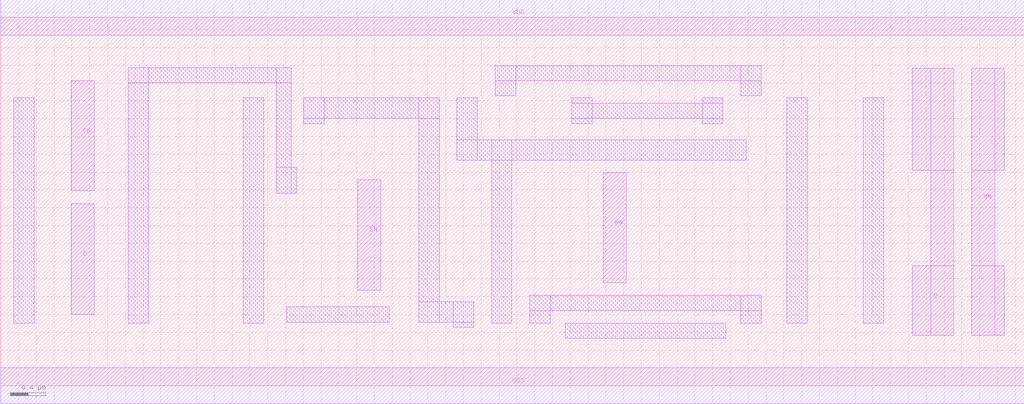
<source format=lef>
VERSION 5.8 ;
BUSBITCHARS "[]" ;
DIVIDERCHAR "/" ;

PROPERTYDEFINITIONS
  MACRO CatenaDesignType STRING ;
  MACRO oaTaper STRING ;
END PROPERTYDEFINITIONS

MACRO DFFRX1
  CLASS CORE ;
  ORIGIN 0 0 ;
  FOREIGN DFFRX1 0 0 ;
  SIZE 9.2 BY 4.14 ;
  SYMMETRY X Y ;
  SITE CoreSite ;
  PIN D
    DIRECTION INPUT ;
    USE SIGNAL ;
    ANTENNAMODEL OXIDE1 ;
      ANTENNAGATEAREA 0.1575 LAYER met1 ;
      ANTENNAMAXAREACAR 0.787937 LAYER met1 ;
      ANTENNAMAXSIDEAREACAR 0.926984 LAYER met1 ;
    PORT
      LAYER met1 ;
        RECT 0.79 0.385 1.05 1.625 ;
    END
  END D
  PIN QN
    DIRECTION OUTPUT ;
    USE SIGNAL ;
    ANTENNADIFFAREA 0.50085 LAYER met1 ;
    PORT
      LAYER met1 ;
        RECT 8.585 2.44 8.87 3.45 ;
        RECT 8.61 0.68 8.87 3.45 ;
        RECT 8.585 0.68 8.87 1.33 ;
    END
  END QN
  PIN Q
    DIRECTION OUTPUT ;
    USE SIGNAL ;
    ANTENNADIFFAREA 0.50085 LAYER met1 ;
    PORT
      LAYER met1 ;
        RECT 7.69 2.44 7.955 3.45 ;
        RECT 7.69 0.68 7.955 1.33 ;
        RECT 7.69 0.68 7.95 3.45 ;
    END
  END Q
  PIN RN
    DIRECTION INPUT ;
    USE SIGNAL ;
    ANTENNAMODEL OXIDE1 ;
      ANTENNAGATEAREA 0.315 LAYER met1 ;
      ANTENNAMAXAREACAR 2.620159 LAYER met1 ;
      ANTENNAMAXSIDEAREACAR 2.974603 LAYER met1 ;
    PORT
      LAYER met1 ;
        RECT 6.77 1.405 7.03 2.645 ;
    END
  END RN
  PIN CK
    DIRECTION INPUT ;
    USE SIGNAL ;
    ANTENNAMODEL OXIDE1 ;
      ANTENNAGATEAREA 0.1575 LAYER met1 ;
      ANTENNAMAXAREACAR 0.91746 LAYER met1 ;
      ANTENNAMAXSIDEAREACAR 1.079365 LAYER met1 ;
    PORT
      LAYER met1 ;
        RECT 0.79 2.315 1.05 3.555 ;
    END
  END CK
  PIN VSS
    DIRECTION INPUT ;
    USE GROUND ;
    SHAPE ABUTMENT ;
    NETEXPR "VSS VSS!" ;
    PORT
      LAYER met1 ;
        RECT 0 -0.2 9.2 0.2 ;
    END
  END VSS
  PIN VDD
    DIRECTION INPUT ;
    USE POWER ;
    SHAPE ABUTMENT ;
    NETEXPR "VDD VDD!" ;
    PORT
      LAYER met1 ;
        RECT 0 3.94 9.2 4.34 ;
    END
  END VDD
  OBS
    LAYER met1 ;
      RECT 6.345 0.765 6.575 3.53 ;
      RECT 5.915 0.765 6.575 0.995 ;
      RECT 5.915 0.705 6.145 0.995 ;
      RECT 1.435 3.375 3.905 3.605 ;
      RECT 3.675 2.505 3.905 3.605 ;
      RECT 1.435 0.705 1.665 3.605 ;
      RECT 2.725 2.945 2.955 3.235 ;
      RECT 1.865 2.945 2.095 3.235 ;
      RECT 1.865 3.005 2.955 3.175 ;
      RECT 7.205 0.61 7.435 3.53 ;
      RECT 4.965 1.145 5.195 2.795 ;
      RECT 4.535 0.705 4.765 3.235 ;
      RECT 4.105 0.705 4.335 3.235 ;
      RECT 3.245 0.705 3.475 3.235 ;
      RECT 0.145 0.705 0.375 3.235 ;
  END
  PROPERTY CatenaDesignType "deviceLevel" ;
END DFFRX1

MACRO TBUFX1
  CLASS CORE ;
  ORIGIN 0 0 ;
  FOREIGN TBUFX1 0 0 ;
  SIZE 3.68 BY 4.14 ;
  SYMMETRY X Y ;
  SITE CoreSite ;
  PIN Y
    DIRECTION OUTPUT ;
    USE SIGNAL ;
    ANTENNADIFFAREA 0.50085 LAYER met1 ;
    PORT
      LAYER met1 ;
        RECT 3.09 2.52 3.535 3.53 ;
        RECT 3.09 0.61 3.535 1.26 ;
        RECT 3.09 0.61 3.35 3.53 ;
    END
  END Y
  PIN VSS
    DIRECTION INPUT ;
    USE GROUND ;
    SHAPE ABUTMENT ;
    NETEXPR "VSS VSS!" ;
    PORT
      LAYER met1 ;
        RECT 0 -0.2 3.68 0.2 ;
    END
  END VSS
  PIN OE
    DIRECTION INPUT ;
    USE SIGNAL ;
    ANTENNAMODEL OXIDE1 ;
      ANTENNAGATEAREA 0.315 LAYER met1 ;
      ANTENNAMAXAREACAR 1.370794 LAYER met1 ;
      ANTENNAMAXSIDEAREACAR 1.504762 LAYER met1 ;
    PORT
      LAYER met1 ;
        RECT 0.79 1.85 1.05 3.09 ;
    END
  END OE
  PIN A
    DIRECTION INPUT ;
    USE SIGNAL ;
    ANTENNAMODEL OXIDE1 ;
      ANTENNAGATEAREA 0.315 LAYER met1 ;
      ANTENNAMAXAREACAR 0.86619 LAYER met1 ;
      ANTENNAMAXSIDEAREACAR 0.911111 LAYER met1 ;
    PORT
      LAYER met1 ;
        RECT 1.71 1.665 1.97 2.905 ;
    END
  END A
  PIN VDD
    DIRECTION INPUT ;
    USE POWER ;
    SHAPE ABUTMENT ;
    NETEXPR "VDD VDD!" ;
    PORT
      LAYER met1 ;
        RECT 0 3.94 3.68 4.34 ;
    END
  END VDD
  OBS
    LAYER met1 ;
      RECT 2.385 3.24 2.615 3.53 ;
      RECT 2.43 0.785 2.57 3.53 ;
      RECT 2.385 1.82 2.615 2.11 ;
      RECT 2.375 0.785 2.605 1.075 ;
      RECT 1.435 3.24 1.665 3.53 ;
      RECT 1.43 0.685 1.57 3.385 ;
      RECT 1.34 1.48 1.57 1.77 ;
      RECT 1.005 0.61 1.235 0.9 ;
      RECT 1.005 0.685 1.62 0.825 ;
      RECT 0.145 3.24 0.375 3.53 ;
      RECT 0.175 0.61 0.345 3.53 ;
      RECT 0.145 1.82 0.375 2.11 ;
      RECT 0.145 0.61 0.375 0.9 ;
  END
  PROPERTY CatenaDesignType "deviceLevel" ;
END TBUFX1

MACRO CLKINVX1
  CLASS CORE ;
  ORIGIN 0 0 ;
  FOREIGN CLKINVX1 0 0 ;
  SIZE 1.38 BY 4.14 ;
  SYMMETRY X Y ;
  SITE CoreSite ;
  PIN Y
    DIRECTION OUTPUT ;
    USE SIGNAL ;
    ANTENNADIFFAREA 0.50085 LAYER met1 ;
    PORT
      LAYER met1 ;
        RECT 0.545 2.905 1.05 3.495 ;
        RECT 0.79 0.64 1.05 3.495 ;
        RECT 0.545 0.64 1.05 0.87 ;
    END
  END Y
  PIN A
    DIRECTION INPUT ;
    USE SIGNAL ;
    ANTENNAMODEL OXIDE1 ;
      ANTENNAGATEAREA 0.2835 LAYER met1 ;
      ANTENNAMAXAREACAR 0.308818 LAYER met1 ;
      ANTENNAMAXSIDEAREACAR 0.363316 LAYER met1 ;
    PORT
      LAYER met1 ;
        RECT 0.33 1.19 0.59 2.43 ;
    END
  END A
  PIN VSS
    DIRECTION INPUT ;
    USE GROUND ;
    SHAPE ABUTMENT ;
    NETEXPR "VSS VSS!" ;
    PORT
      LAYER met1 ;
        RECT 0 -0.2 1.38 0.2 ;
    END
  END VSS
  PIN VDD
    DIRECTION INPUT ;
    USE POWER ;
    SHAPE ABUTMENT ;
    NETEXPR "VDD VDD!" ;
    PORT
      LAYER met1 ;
        RECT 0 3.94 1.38 4.34 ;
    END
  END VDD
  PROPERTY CatenaDesignType "deviceLevel" ;
END CLKINVX1

MACRO INVX1
  CLASS CORE ;
  ORIGIN 0 0 ;
  FOREIGN INVX1 0 0 ;
  SIZE 1.38 BY 4.14 ;
  SYMMETRY X Y ;
  SITE CoreSite ;
  PIN Y
    DIRECTION OUTPUT ;
    USE SIGNAL ;
    ANTENNADIFFAREA 0.50085 LAYER met1 ;
    PORT
      LAYER met1 ;
        RECT 0.575 2.84 1.05 3.49 ;
        RECT 0.79 0.605 1.05 3.49 ;
        RECT 0.575 0.605 1.05 1.255 ;
    END
  END Y
  PIN VSS
    DIRECTION INPUT ;
    USE GROUND ;
    SHAPE ABUTMENT ;
    NETEXPR "VSS VSS!" ;
    PORT
      LAYER met1 ;
        RECT 0 -0.2 1.38 0.2 ;
    END
  END VSS
  PIN VDD
    DIRECTION INPUT ;
    USE POWER ;
    SHAPE ABUTMENT ;
    NETEXPR "VDD VDD!" ;
    PORT
      LAYER met1 ;
        RECT 0 3.94 1.38 4.34 ;
    END
  END VDD
  PIN A
    DIRECTION INPUT ;
    USE SIGNAL ;
    ANTENNAMODEL OXIDE1 ;
      ANTENNAGATEAREA 0.2835 LAYER met1 ;
      ANTENNAMAXAREACAR 0.308818 LAYER met1 ;
      ANTENNAMAXSIDEAREACAR 0.363316 LAYER met1 ;
    PORT
      LAYER met1 ;
        RECT 0.33 1.43 0.59 2.67 ;
    END
  END A
END INVX1

MACRO MX2X1
  CLASS CORE ;
  ORIGIN 0 0 ;
  FOREIGN MX2X1 0 0 ;
  SIZE 3.68 BY 4.14 ;
  SYMMETRY X Y ;
  SITE CoreSite ;
  PIN Y
    DIRECTION OUTPUT ;
    USE SIGNAL ;
    ANTENNADIFFAREA 0.50085 LAYER met1 ;
    PORT
      LAYER met1 ;
        RECT 2.755 2.91 3.35 3.5 ;
        RECT 3.09 0.64 3.35 3.5 ;
        RECT 2.755 0.64 3.35 1.23 ;
    END
  END Y
  PIN A
    DIRECTION INPUT ;
    USE SIGNAL ;
    ANTENNAMODEL OXIDE1 ;
      ANTENNAGATEAREA 0.1575 LAYER met1 ;
      ANTENNAMAXAREACAR 0.555873 LAYER met1 ;
      ANTENNAMAXSIDEAREACAR 0.653968 LAYER met1 ;
    PORT
      LAYER met1 ;
        RECT 0.79 0.48 1.05 1.72 ;
    END
  END A
  PIN S0
    DIRECTION INPUT ;
    USE SIGNAL ;
    ANTENNAMODEL OXIDE1 ;
      ANTENNAGATEAREA 0.315 LAYER met1 ;
      ANTENNAMAXAREACAR 2.112857 LAYER met1 ;
      ANTENNAMAXSIDEAREACAR 2.060317 LAYER met1 ;
    PORT
      LAYER met1 ;
        RECT 0.79 2.28 1.05 3.52 ;
    END
  END S0
  PIN B
    DIRECTION INPUT ;
    USE SIGNAL ;
    ANTENNAMODEL OXIDE1 ;
      ANTENNAGATEAREA 0.1575 LAYER met1 ;
      ANTENNAMAXAREACAR 0.674603 LAYER met1 ;
      ANTENNAMAXSIDEAREACAR 0.793651 LAYER met1 ;
    PORT
      LAYER met1 ;
        RECT 2.17 0.875 2.43 2.115 ;
    END
  END B
  PIN VSS
    DIRECTION INPUT ;
    USE GROUND ;
    SHAPE ABUTMENT ;
    NETEXPR "VSS VSS!" ;
    PORT
      LAYER met1 ;
        RECT 0 -0.2 3.68 0.2 ;
    END
  END VSS
  PIN VDD
    DIRECTION INPUT ;
    USE POWER ;
    SHAPE ABUTMENT ;
    NETEXPR "VDD VDD!" ;
    PORT
      LAYER met1 ;
        RECT 0 3.94 3.68 4.34 ;
    END
  END VDD
  OBS
    LAYER met1 ;
      RECT 1.435 0.655 1.665 3.38 ;
      RECT 1.435 2.29 2.84 2.52 ;
      RECT 2.61 2 2.84 2.52 ;
      RECT 0.145 0.655 0.375 3.38 ;
  END
  PROPERTY CatenaDesignType "deviceLevel" ;
  PROPERTY oaTaper "virtuosoDefaultSetup" ;
END MX2X1

MACRO OR2X1
  CLASS CORE ;
  ORIGIN 0 0 ;
  FOREIGN OR2X1 0 0 ;
  SIZE 2.3 BY 4.14 ;
  SYMMETRY X Y ;
  SITE CoreSite ;
  PIN A
    DIRECTION INPUT ;
    USE SIGNAL ;
    ANTENNAMODEL OXIDE1 ;
      ANTENNAGATEAREA 0.1575 LAYER met1 ;
      ANTENNAMAXAREACAR 0.78254 LAYER met1 ;
      ANTENNAMAXSIDEAREACAR 0.920635 LAYER met1 ;
    PORT
      LAYER met1 ;
        RECT 0.79 1.455 1.05 2.695 ;
    END
  END A
  PIN VSS
    DIRECTION INPUT ;
    USE GROUND ;
    SHAPE ABUTMENT ;
    NETEXPR "VSS VSS!" ;
    PORT
      LAYER met1 ;
        RECT 0 -0.2 2.3 0.2 ;
    END
  END VSS
  PIN B
    DIRECTION INPUT ;
    USE SIGNAL ;
    ANTENNAMODEL OXIDE1 ;
      ANTENNAGATEAREA 0.1575 LAYER met1 ;
      ANTENNAMAXAREACAR 0.593651 LAYER met1 ;
      ANTENNAMAXSIDEAREACAR 0.698413 LAYER met1 ;
    PORT
      LAYER met1 ;
        RECT 0.33 1.145 0.59 2.385 ;
    END
  END B
  PIN Y
    DIRECTION OUTPUT ;
    USE SIGNAL ;
    ANTENNADIFFAREA 0.50085 LAYER met1 ;
    PORT
      LAYER met1 ;
        RECT 1.495 3.21 1.97 3.5 ;
        RECT 1.71 0.505 1.97 3.5 ;
        RECT 1.495 0.505 1.97 0.795 ;
    END
  END Y
  PIN VDD
    DIRECTION INPUT ;
    USE POWER ;
    SHAPE ABUTMENT ;
    NETEXPR "VDD VDD!" ;
    PORT
      LAYER met1 ;
        RECT 0 3.94 2.3 4.34 ;
    END
  END VDD
  OBS
    LAYER met1 ;
      RECT 0.115 3.27 1.2 3.5 ;
      RECT 0.97 2.84 1.2 3.5 ;
      RECT 1.19 0.965 1.42 3.07 ;
      RECT 0.765 0.965 1.42 1.195 ;
      RECT 0.765 0.475 0.995 1.195 ;
      RECT 0.545 0.475 0.995 0.705 ;
  END
  PROPERTY CatenaDesignType "deviceLevel" ;
END OR2X1

MACRO BUFX2
  CLASS CORE ;
  ORIGIN 0 0 ;
  FOREIGN BUFX2 0 0 ;
  SIZE 2.3 BY 4.14 ;
  SYMMETRY X Y ;
  SITE CoreSite ;
  PIN VSS
    DIRECTION INPUT ;
    USE GROUND ;
    SHAPE ABUTMENT ;
    NETEXPR "VSS VSS!" ;
    PORT
      LAYER met1 ;
        RECT 0 -0.2 2.3 0.2 ;
    END
  END VSS
  PIN Y
    DIRECTION OUTPUT ;
    USE SIGNAL ;
    ANTENNADIFFAREA 0.5292 LAYER met1 ;
    PORT
      LAYER met1 ;
        RECT 1.065 3.23 1.51 3.52 ;
        RECT 1.25 0.61 1.51 3.52 ;
        RECT 1.065 0.61 1.51 1.26 ;
    END
  END Y
  PIN A
    DIRECTION INPUT ;
    USE SIGNAL ;
    ANTENNAMODEL OXIDE1 ;
      ANTENNAGATEAREA 0.1575 LAYER met1 ;
      ANTENNAMAXAREACAR 0.949841 LAYER met1 ;
      ANTENNAMAXSIDEAREACAR 1.11746 LAYER met1 ;
    PORT
      LAYER met1 ;
        RECT 0.79 1.685 1.05 2.925 ;
    END
  END A
  PIN VDD
    DIRECTION INPUT ;
    USE POWER ;
    SHAPE ABUTMENT ;
    NETEXPR "VDD VDD!" ;
    PORT
      LAYER met1 ;
        RECT 0 3.94 2.3 4.34 ;
    END
  END VDD
  OBS
    LAYER met1 ;
      RECT 0.145 3.24 0.375 3.53 ;
      RECT 0.145 0.655 0.285 3.53 ;
      RECT 0.145 1.48 0.515 1.77 ;
      RECT 0.145 0.655 0.375 0.945 ;
  END
  PROPERTY CatenaDesignType "deviceLevel" ;
END BUFX2

MACRO CLKAND2X2
  CLASS CORE ;
  ORIGIN 0 0 ;
  FOREIGN CLKAND2X2 0 0 ;
  SIZE 2.3 BY 4.14 ;
  SYMMETRY X Y ;
  SITE CoreSite ;
  PIN VSS
    DIRECTION INPUT ;
    USE GROUND ;
    SHAPE ABUTMENT ;
    NETEXPR "VSS VSS!" ;
    PORT
      LAYER met1 ;
        RECT 0 -0.2 2.3 0.2 ;
    END
  END VSS
  PIN VDD
    DIRECTION INPUT ;
    USE POWER ;
    SHAPE ABUTMENT ;
    NETEXPR "VDD VDD!" ;
    PORT
      LAYER met1 ;
        RECT 0 3.94 2.3 4.34 ;
    END
  END VDD
  PIN Y
    DIRECTION OUTPUT ;
    USE SIGNAL ;
    ANTENNADIFFAREA 0.5292 LAYER met1 ;
    PORT
      LAYER met1 ;
        RECT 1.49 3.24 1.97 3.53 ;
        RECT 1.71 0.68 1.97 3.53 ;
        RECT 1.495 0.68 1.97 1.33 ;
    END
  END Y
  PIN A
    DIRECTION INPUT ;
    USE SIGNAL ;
    ANTENNAMODEL OXIDE1 ;
      ANTENNAGATEAREA 0.22125 LAYER met1 ;
      ANTENNAMAXAREACAR 0.718418 LAYER met1 ;
      ANTENNAMAXSIDEAREACAR 0.845198 LAYER met1 ;
    PORT
      LAYER met1 ;
        RECT 1.25 1.685 1.51 2.925 ;
    END
  END A
  PIN B
    DIRECTION INPUT ;
    USE SIGNAL ;
    ANTENNAMODEL OXIDE1 ;
      ANTENNAGATEAREA 0.22125 LAYER met1 ;
      ANTENNAMAXAREACAR 0.537853 LAYER met1 ;
      ANTENNAMAXSIDEAREACAR 0.632768 LAYER met1 ;
    PORT
      LAYER met1 ;
        RECT 0.33 1.855 0.59 3.095 ;
    END
  END B
  OBS
    LAYER met1 ;
      RECT 0.575 3.24 0.96 3.53 ;
      RECT 0.73 1.55 0.96 3.53 ;
  END
  PROPERTY CatenaDesignType "deviceLevel" ;
END CLKAND2X2

MACRO DFFSRX1
  CLASS CORE ;
  ORIGIN 0 0 ;
  FOREIGN DFFSRX1 0 0 ;
  SIZE 11.5 BY 4.14 ;
  SYMMETRY X Y ;
  SITE CoreSite ;
  PIN Q
    DIRECTION OUTPUT ;
    USE SIGNAL ;
    ANTENNADIFFAREA 0.50085 LAYER met1 ;
    PORT
      LAYER met1 ;
        RECT 10.245 2.42 10.71 3.57 ;
        RECT 10.45 0.57 10.71 3.57 ;
        RECT 10.245 0.57 10.71 1.35 ;
    END
  END Q
  PIN QN
    DIRECTION OUTPUT ;
    USE SIGNAL ;
    ANTENNADIFFAREA 0.50085 LAYER met1 ;
    PORT
      LAYER met1 ;
        RECT 10.91 2.42 11.275 3.57 ;
        RECT 10.91 0.57 11.275 1.35 ;
        RECT 10.91 0.57 11.17 3.57 ;
    END
  END QN
  PIN VSS
    DIRECTION INPUT ;
    USE GROUND ;
    SHAPE ABUTMENT ;
    NETEXPR "VSS VSS!" ;
    PORT
      LAYER met1 ;
        RECT 0 -0.2 11.5 0.2 ;
    END
  END VSS
  PIN SN
    DIRECTION INPUT ;
    USE SIGNAL ;
    ANTENNAMODEL OXIDE1 ;
      ANTENNAGATEAREA 0.315 LAYER met1 ;
      ANTENNAMAXAREACAR 1.75127 LAYER met1 ;
      ANTENNAMAXSIDEAREACAR 1.952381 LAYER met1 ;
    PORT
      LAYER met1 ;
        RECT 4.01 1.075 4.27 2.315 ;
    END
  END SN
  PIN CK
    DIRECTION INPUT ;
    USE SIGNAL ;
    ANTENNAMODEL OXIDE1 ;
      ANTENNAGATEAREA 0.1575 LAYER met1 ;
      ANTENNAMAXAREACAR 1.009206 LAYER met1 ;
      ANTENNAMAXSIDEAREACAR 1.187302 LAYER met1 ;
    PORT
      LAYER met1 ;
        RECT 0.79 2.19 1.05 3.43 ;
    END
  END CK
  PIN RN
    DIRECTION INPUT ;
    USE SIGNAL ;
    ANTENNAMODEL OXIDE1 ;
      ANTENNAGATEAREA 0.1575 LAYER met1 ;
      ANTENNAMAXAREACAR 0.868889 LAYER met1 ;
      ANTENNAMAXSIDEAREACAR 1.022222 LAYER met1 ;
    PORT
      LAYER met1 ;
        RECT 6.77 1.155 7.03 2.395 ;
    END
  END RN
  PIN D
    DIRECTION INPUT ;
    USE SIGNAL ;
    ANTENNAMODEL OXIDE1 ;
      ANTENNAGATEAREA 0.1575 LAYER met1 ;
      ANTENNAMAXAREACAR 0.631429 LAYER met1 ;
      ANTENNAMAXSIDEAREACAR 0.742857 LAYER met1 ;
    PORT
      LAYER met1 ;
        RECT 0.79 0.805 1.05 2.045 ;
    END
  END D
  PIN VDD
    DIRECTION INPUT ;
    USE POWER ;
    SHAPE ABUTMENT ;
    NETEXPR "VDD VDD!" ;
    PORT
      LAYER met1 ;
        RECT 0 3.94 11.5 4.34 ;
    END
  END VDD
  OBS
    LAYER met1 ;
      RECT 5.945 0.845 8.545 1.015 ;
      RECT 8.315 0.705 8.545 1.015 ;
      RECT 5.945 0.705 6.175 1.015 ;
      RECT 5.555 3.425 8.545 3.595 ;
      RECT 8.315 3.26 8.545 3.595 ;
      RECT 5.555 3.26 5.785 3.595 ;
      RECT 5.125 2.535 5.355 3.235 ;
      RECT 5.125 2.535 8.38 2.765 ;
      RECT 5.515 0.705 5.745 2.765 ;
      RECT 7.885 2.945 8.115 3.235 ;
      RECT 6.415 2.945 6.645 3.235 ;
      RECT 6.415 3.005 8.115 3.175 ;
      RECT 3.405 3.005 4.925 3.235 ;
      RECT 4.695 0.715 4.925 3.235 ;
      RECT 3.405 2.945 3.635 3.235 ;
      RECT 4.695 0.715 5.315 0.945 ;
      RECT 5.085 0.655 5.315 0.945 ;
      RECT 1.435 3.405 3.265 3.575 ;
      RECT 3.095 2.165 3.265 3.575 ;
      RECT 1.435 0.705 1.665 3.575 ;
      RECT 3.095 2.165 3.325 2.455 ;
      RECT 9.695 0.705 9.925 3.235 ;
      RECT 8.835 0.705 9.065 3.235 ;
      RECT 6.345 0.535 8.145 0.705 ;
      RECT 3.215 0.715 4.365 0.885 ;
      RECT 2.725 0.705 2.955 3.235 ;
      RECT 0.145 0.705 0.375 3.235 ;
  END
  PROPERTY CatenaDesignType "deviceLevel" ;
END DFFSRX1

MACRO NAND2X1
  CLASS CORE ;
  ORIGIN 0 0 ;
  FOREIGN NAND2X1 0 0 ;
  SIZE 1.84 BY 4.14 ;
  SYMMETRY X Y ;
  SITE CoreSite ;
  PIN Y
    DIRECTION OUTPUT ;
    USE SIGNAL ;
    ANTENNADIFFAREA 0.5178 LAYER met1 ;
    PORT
      LAYER met1 ;
        RECT 0.575 3.21 1.51 3.47 ;
        RECT 1.25 0.655 1.51 3.47 ;
        RECT 0.975 0.655 1.51 0.915 ;
        RECT 0.575 2.82 0.805 3.47 ;
    END
  END Y
  PIN A
    DIRECTION INPUT ;
    USE SIGNAL ;
    ANTENNAMODEL OXIDE1 ;
      ANTENNAGATEAREA 0.2835 LAYER met1 ;
      ANTENNAMAXAREACAR 0.428748 LAYER met1 ;
      ANTENNAMAXSIDEAREACAR 0.504409 LAYER met1 ;
    PORT
      LAYER met1 ;
        RECT 0.33 1.29 0.59 2.53 ;
    END
  END A
  PIN B
    DIRECTION INPUT ;
    USE SIGNAL ;
    ANTENNAMODEL OXIDE1 ;
      ANTENNAGATEAREA 0.2835 LAYER met1 ;
      ANTENNAMAXAREACAR 0.437743 LAYER met1 ;
      ANTENNAMAXSIDEAREACAR 0.514991 LAYER met1 ;
    PORT
      LAYER met1 ;
        RECT 0.79 1.19 1.05 2.43 ;
    END
  END B
  PIN VSS
    DIRECTION INPUT ;
    USE GROUND ;
    SHAPE ABUTMENT ;
    NETEXPR "VSS VSS!" ;
    PORT
      LAYER met1 ;
        RECT 0 -0.2 1.84 0.2 ;
    END
  END VSS
  PIN VDD
    DIRECTION INPUT ;
    USE POWER ;
    SHAPE ABUTMENT ;
    NETEXPR "VDD VDD!" ;
    PORT
      LAYER met1 ;
        RECT 0 3.94 1.84 4.34 ;
    END
  END VDD
  PROPERTY CatenaDesignType "deviceLevel" ;
END NAND2X1

MACRO CLKBUFX2
  CLASS CORE ;
  ORIGIN 0 0 ;
  FOREIGN CLKBUFX2 0 0 ;
  SIZE 2.3 BY 4.14 ;
  SYMMETRY X Y ;
  SITE CoreSite ;
  PIN VSS
    DIRECTION INPUT ;
    USE GROUND ;
    SHAPE ABUTMENT ;
    NETEXPR "VSS VSS!" ;
    PORT
      LAYER met1 ;
        RECT 0 -0.2 2.3 0.2 ;
    END
  END VSS
  PIN Y
    DIRECTION OUTPUT ;
    USE SIGNAL ;
    ANTENNADIFFAREA 0.5292 LAYER met1 ;
    PORT
      LAYER met1 ;
        RECT 1.065 3.24 1.51 3.53 ;
        RECT 1.25 0.61 1.51 3.53 ;
        RECT 1.065 0.61 1.51 1.26 ;
    END
  END Y
  PIN A
    DIRECTION INPUT ;
    USE SIGNAL ;
    ANTENNAMODEL OXIDE1 ;
      ANTENNAGATEAREA 0.1575 LAYER met1 ;
      ANTENNAMAXAREACAR 0.949841 LAYER met1 ;
      ANTENNAMAXSIDEAREACAR 1.11746 LAYER met1 ;
    PORT
      LAYER met1 ;
        RECT 0.79 1.805 1.05 3.045 ;
    END
  END A
  PIN VDD
    DIRECTION INPUT ;
    USE POWER ;
    SHAPE ABUTMENT ;
    NETEXPR "VDD VDD!" ;
    PORT
      LAYER met1 ;
        RECT 0 3.94 2.3 4.34 ;
    END
  END VDD
  OBS
    LAYER met1 ;
      RECT 0.145 3.24 0.375 3.53 ;
      RECT 0.145 0.655 0.285 3.53 ;
      RECT 0.145 1.48 0.375 1.77 ;
      RECT 0.145 0.655 0.375 0.945 ;
  END
  PROPERTY CatenaDesignType "deviceLevel" ;
END CLKBUFX2

MACRO INVX2
  CLASS CORE ;
  ORIGIN 0 0 ;
  FOREIGN INVX2 0 0 ;
  SIZE 1.38 BY 4.14 ;
  SYMMETRY X Y ;
  SITE CoreSite ;
  PIN A
    DIRECTION INPUT ;
    USE SIGNAL ;
    ANTENNAMODEL OXIDE1 ;
      ANTENNAGATEAREA 0.567 LAYER met1 ;
      ANTENNAMAXAREACAR 0.376279 LAYER met1 ;
      ANTENNAMAXSIDEAREACAR 0.382716 LAYER met1 ;
    PORT
      LAYER met1 ;
        RECT 0.33 1.29 0.59 2.53 ;
    END
  END A
  PIN Y
    DIRECTION OUTPUT ;
    USE SIGNAL ;
    ANTENNADIFFAREA 0.5292 LAYER met1 ;
    PORT
      LAYER met1 ;
        RECT 0.575 2.735 1.05 3.385 ;
        RECT 0.79 0.61 1.05 3.385 ;
        RECT 0.575 0.61 1.05 0.9 ;
    END
  END Y
  PIN VSS
    DIRECTION INPUT ;
    USE GROUND ;
    SHAPE ABUTMENT ;
    NETEXPR "VSS VSS!" ;
    PORT
      LAYER met1 ;
        RECT 0 -0.2 1.38 0.2 ;
    END
  END VSS
  PIN VDD
    DIRECTION INPUT ;
    USE POWER ;
    SHAPE ABUTMENT ;
    NETEXPR "VDD VDD!" ;
    PORT
      LAYER met1 ;
        RECT 0 3.94 1.38 4.34 ;
    END
  END VDD
  PROPERTY CatenaDesignType "deviceLevel" ;
END INVX2

MACRO CLKMX2X2
  CLASS CORE ;
  ORIGIN 0 0 ;
  FOREIGN CLKMX2X2 0 0 ;
  SIZE 3.68 BY 4.14 ;
  SYMMETRY X Y ;
  SITE CoreSite ;
  PIN S0
    DIRECTION INPUT ;
    USE SIGNAL ;
    ANTENNAMODEL OXIDE1 ;
      ANTENNAGATEAREA 0.315 LAYER met1 ;
      ANTENNAMAXAREACAR 1.08746 LAYER met1 ;
      ANTENNAMAXSIDEAREACAR 1.095238 LAYER met1 ;
    PORT
      LAYER met1 ;
        RECT 1.25 1.69 1.51 2.93 ;
    END
  END S0
  PIN A
    DIRECTION INPUT ;
    USE SIGNAL ;
    ANTENNAMODEL OXIDE1 ;
      ANTENNAGATEAREA 0.1575 LAYER met1 ;
      ANTENNAMAXAREACAR 0.787937 LAYER met1 ;
      ANTENNAMAXSIDEAREACAR 0.926984 LAYER met1 ;
    PORT
      LAYER met1 ;
        RECT 0.79 2.02 1.05 3.26 ;
    END
  END A
  PIN B
    DIRECTION INPUT ;
    USE SIGNAL ;
    ANTENNAMODEL OXIDE1 ;
      ANTENNAGATEAREA 0.1575 LAYER met1 ;
      ANTENNAMAXAREACAR 0.771746 LAYER met1 ;
      ANTENNAMAXSIDEAREACAR 0.907937 LAYER met1 ;
    PORT
      LAYER met1 ;
        RECT 2.17 1.505 2.43 2.745 ;
    END
  END B
  PIN Y
    DIRECTION OUTPUT ;
    USE SIGNAL ;
    ANTENNADIFFAREA 0.5292 LAYER met1 ;
    PORT
      LAYER met1 ;
        RECT 2.63 0.68 3.015 3.45 ;
    END
  END Y
  PIN VSS
    DIRECTION INPUT ;
    USE GROUND ;
    SHAPE ABUTMENT ;
    NETEXPR "VSS VSS!" ;
    PORT
      LAYER met1 ;
        RECT 0 -0.2 3.68 0.2 ;
    END
  END VSS
  PIN VDD
    DIRECTION INPUT ;
    USE POWER ;
    SHAPE ABUTMENT ;
    NETEXPR "VDD VDD!" ;
    PORT
      LAYER met1 ;
        RECT 0 3.94 3.68 4.34 ;
    END
  END VDD
  OBS
    LAYER met1 ;
      RECT 1.435 3.24 1.88 3.53 ;
      RECT 1.65 0.705 1.88 3.53 ;
      RECT 1.435 0.705 1.88 0.995 ;
      RECT 0.145 0.705 0.375 3.235 ;
  END
  PROPERTY CatenaDesignType "deviceLevel" ;
END CLKMX2X2

END LIBRARY

</source>
